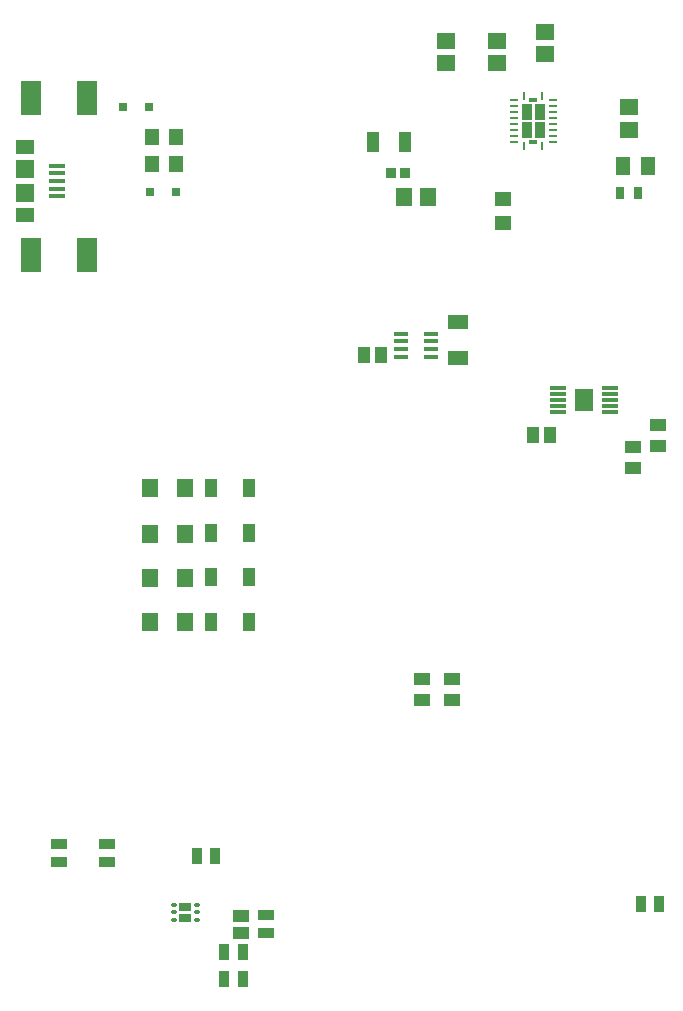
<source format=gtp>
G04*
G04 #@! TF.GenerationSoftware,Altium Limited,Altium Designer,19.1.8 (144)*
G04*
G04 Layer_Color=8421504*
%FSTAX44Y44*%
%MOMM*%
G71*
G01*
G75*
%ADD14R,0.7800X0.2970*%
%ADD15R,0.9170X1.3280*%
%ADD16R,1.6800X2.9500*%
%ADD17R,1.4000X1.5000*%
%ADD18R,1.3500X1.0000*%
%ADD19R,1.8000X1.2500*%
%ADD20R,1.5000X1.4000*%
%ADD21R,1.4500X1.2000*%
%ADD22R,1.3500X0.4000*%
%ADD23R,1.5500X1.5000*%
G04:AMPARAMS|DCode=24|XSize=0.24mm|YSize=0.6mm|CornerRadius=0.0504mm|HoleSize=0mm|Usage=FLASHONLY|Rotation=270.000|XOffset=0mm|YOffset=0mm|HoleType=Round|Shape=RoundedRectangle|*
%AMROUNDEDRECTD24*
21,1,0.2400,0.4992,0,0,270.0*
21,1,0.1392,0.6000,0,0,270.0*
1,1,0.1008,-0.2496,-0.0696*
1,1,0.1008,-0.2496,0.0696*
1,1,0.1008,0.2496,0.0696*
1,1,0.1008,0.2496,-0.0696*
%
%ADD24ROUNDEDRECTD24*%
%ADD25R,1.1000X1.3500*%
%ADD26R,1.2000X0.4500*%
%ADD27R,0.8000X0.8000*%
%ADD28R,1.2000X1.4500*%
G04:AMPARAMS|DCode=29|XSize=0.24mm|YSize=0.6mm|CornerRadius=0.0504mm|HoleSize=0mm|Usage=FLASHONLY|Rotation=180.000|XOffset=0mm|YOffset=0mm|HoleType=Round|Shape=RoundedRectangle|*
%AMROUNDEDRECTD29*
21,1,0.2400,0.4992,0,0,180.0*
21,1,0.1392,0.6000,0,0,180.0*
1,1,0.1008,-0.0696,0.2496*
1,1,0.1008,0.0696,0.2496*
1,1,0.1008,0.0696,-0.2496*
1,1,0.1008,-0.0696,-0.2496*
%
%ADD29ROUNDEDRECTD29*%
%ADD30R,0.8500X0.8500*%
%ADD31R,1.1000X1.7000*%
%ADD32R,0.8000X1.0000*%
%ADD33R,1.2500X1.5000*%
%ADD34R,1.3500X1.5500*%
%ADD35R,1.0000X1.5000*%
%ADD36R,0.9500X1.3500*%
G04:AMPARAMS|DCode=37|XSize=0.45mm|YSize=0.3mm|CornerRadius=0.0495mm|HoleSize=0mm|Usage=FLASHONLY|Rotation=0.000|XOffset=0mm|YOffset=0mm|HoleType=Round|Shape=RoundedRectangle|*
%AMROUNDEDRECTD37*
21,1,0.4500,0.2010,0,0,0.0*
21,1,0.3510,0.3000,0,0,0.0*
1,1,0.0990,0.1755,-0.1005*
1,1,0.0990,-0.1755,-0.1005*
1,1,0.0990,-0.1755,0.1005*
1,1,0.0990,0.1755,0.1005*
%
%ADD37ROUNDEDRECTD37*%
%ADD38R,1.3500X0.9500*%
%ADD39R,1.3500X1.1000*%
%ADD40R,1.4000X0.3000*%
%ADD41R,1.5700X1.8800*%
%ADD42R,1.5500X1.2000*%
%ADD43R,1.5500X1.2000*%
G36*
X0014486Y0011322D02*
Y00113319D01*
X00144936Y00113503D01*
X00145077Y00113644D01*
X0014526Y0011372D01*
X0014536D01*
D01*
X0015436D01*
X00154459D01*
X00154643Y00113644D01*
X00154784Y00113503D01*
X0015486Y00113319D01*
Y0011322D01*
D01*
Y0010722D01*
Y00107121D01*
X00154784Y00106937D01*
X00154643Y00106796D01*
X00154459Y0010672D01*
X0015436D01*
D01*
X0014536D01*
X0014526D01*
X00145077Y00106796D01*
X00144936Y00106937D01*
X0014486Y00107121D01*
Y0010722D01*
D01*
Y0011322D01*
D02*
G37*
G36*
X0015436Y0012272D02*
X00154459D01*
X00154643Y00122644D01*
X00154784Y00122503D01*
X0015486Y00122319D01*
Y0012222D01*
D01*
Y0011622D01*
Y00116121D01*
X00154784Y00115937D01*
X00154643Y00115796D01*
X00154459Y0011572D01*
X0015436D01*
D01*
X0014536D01*
X0014526D01*
X00145077Y00115796D01*
X00144936Y00115937D01*
X0014486Y00116121D01*
Y0011622D01*
D01*
Y0012222D01*
Y00122319D01*
X00144936Y00122503D01*
X00145077Y00122644D01*
X0014526Y0012272D01*
X0014536D01*
D01*
X0015436D01*
D02*
G37*
D14*
X0044441Y00767096D02*
D03*
Y00802626D02*
D03*
D15*
X00449994Y00792501D02*
D03*
X00438824D02*
D03*
Y00777221D02*
D03*
X00449994D02*
D03*
D16*
X00066854Y00804164D02*
D03*
X00019054D02*
D03*
X00066826Y00671068D02*
D03*
X00019026D02*
D03*
D17*
X0011962Y00473868D02*
D03*
X0014962D02*
D03*
Y0036068D02*
D03*
X0011962D02*
D03*
X0014962Y00397933D02*
D03*
X0011962D02*
D03*
X0014962Y00435187D02*
D03*
X0011962D02*
D03*
D18*
X00550418Y00527668D02*
D03*
Y00509668D02*
D03*
X0035052Y0031264D02*
D03*
Y0029464D02*
D03*
X0037592Y0031264D02*
D03*
Y0029464D02*
D03*
X00528828Y00508872D02*
D03*
Y00490872D02*
D03*
D19*
X00381Y0058419D02*
D03*
Y0061469D02*
D03*
D20*
X0037084Y0083378D02*
D03*
Y0085278D02*
D03*
X0041402Y0083378D02*
D03*
Y0085278D02*
D03*
X00454569Y00841401D02*
D03*
Y00860401D02*
D03*
X00525689Y00796241D02*
D03*
Y00777241D02*
D03*
D21*
X004191Y007185D02*
D03*
Y006985D02*
D03*
D22*
X0004143Y00747106D02*
D03*
Y00740606D02*
D03*
Y00734106D02*
D03*
Y00727606D02*
D03*
Y00721106D02*
D03*
D23*
X0001443Y00744106D02*
D03*
Y00724106D02*
D03*
D24*
X00427909Y0077236D02*
D03*
Y0076736D02*
D03*
Y0080236D02*
D03*
Y0079736D02*
D03*
Y0079236D02*
D03*
Y0078736D02*
D03*
Y0078236D02*
D03*
Y0077736D02*
D03*
X00460909Y0076736D02*
D03*
Y0077236D02*
D03*
Y0077736D02*
D03*
Y0078236D02*
D03*
Y0078736D02*
D03*
Y0079236D02*
D03*
Y0079736D02*
D03*
Y0080236D02*
D03*
D25*
X00315356Y0058674D02*
D03*
X00301356D02*
D03*
X0045847Y00519176D02*
D03*
X0044447D02*
D03*
D26*
X0035774Y0060482D02*
D03*
Y0059832D02*
D03*
Y0059182D02*
D03*
Y0058532D02*
D03*
X0033274D02*
D03*
Y0059182D02*
D03*
Y0059832D02*
D03*
Y0060482D02*
D03*
D27*
X00096654Y00796544D02*
D03*
X00119154D02*
D03*
X00119814Y00724916D02*
D03*
X00142314D02*
D03*
D28*
X00121572Y00748792D02*
D03*
X00141572D02*
D03*
X00141694Y00771144D02*
D03*
X00121694D02*
D03*
D29*
X0043691Y00763361D02*
D03*
X0045191D02*
D03*
Y00806361D02*
D03*
X0043691D02*
D03*
D30*
X00324105Y00740919D02*
D03*
X00335605D02*
D03*
D31*
X0033608Y00766826D02*
D03*
X0030908D02*
D03*
D32*
X00533189Y00723901D02*
D03*
X00518189D02*
D03*
D33*
X00541269Y00746761D02*
D03*
X00520269D02*
D03*
D34*
X00355095Y00720599D02*
D03*
X00335095D02*
D03*
D35*
X0017196Y00473868D02*
D03*
X0020396D02*
D03*
X0017196Y0036068D02*
D03*
X0020396D02*
D03*
X0017196Y00398409D02*
D03*
X0020396D02*
D03*
X0017196Y00436139D02*
D03*
X0020396D02*
D03*
D36*
X0055118Y0012192D02*
D03*
X0053568D02*
D03*
X00175136Y00162306D02*
D03*
X00159636D02*
D03*
X0019838Y0005842D02*
D03*
X0018288D02*
D03*
Y0008128D02*
D03*
X0019838D02*
D03*
D37*
X0014011Y0012122D02*
D03*
Y0011472D02*
D03*
Y0010822D02*
D03*
X0015961D02*
D03*
Y0011472D02*
D03*
Y0012122D02*
D03*
D38*
X0008382Y0017285D02*
D03*
Y0015735D02*
D03*
X0021844Y00096927D02*
D03*
Y00112427D02*
D03*
X0004318Y0017285D02*
D03*
Y0015735D02*
D03*
D39*
X00197093Y00097677D02*
D03*
Y00111677D02*
D03*
D40*
X0046568Y0055864D02*
D03*
Y0055364D02*
D03*
Y0054864D02*
D03*
Y0054364D02*
D03*
Y0053864D02*
D03*
X0050968D02*
D03*
Y0054364D02*
D03*
Y0054864D02*
D03*
Y0055364D02*
D03*
Y0055864D02*
D03*
D41*
X0048768Y0054864D02*
D03*
D42*
X0001443Y00763106D02*
D03*
D43*
X0001443Y00705106D02*
D03*
M02*

</source>
